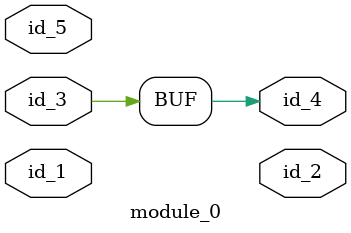
<source format=v>
module module_0 (
    id_1,
    id_2,
    id_3,
    id_4,
    id_5
);
  input id_5;
  output id_4;
  inout id_3;
  output id_2;
  input id_1;
  assign id_4 = id_3;
endmodule

</source>
